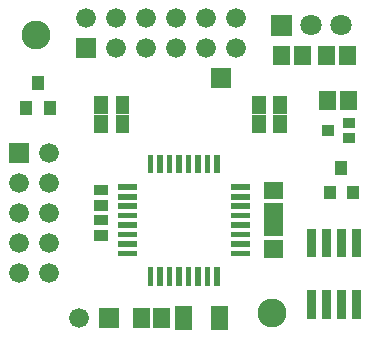
<source format=gbr>
G04 start of page 7 for group -4063 idx -4063 *
G04 Title: (unknown), componentmask *
G04 Creator: pcb 20110918 *
G04 CreationDate: Fri 07 Mar 2014 04:06:25 AM GMT UTC *
G04 For: julien *
G04 Format: Gerber/RS-274X *
G04 PCB-Dimensions: 120000 113000 *
G04 PCB-Coordinate-Origin: lower left *
%MOIN*%
%FSLAX25Y25*%
%LNTOPMASK*%
%ADD118R,0.0355X0.0355*%
%ADD117R,0.0570X0.0570*%
%ADD116R,0.0187X0.0187*%
%ADD115R,0.0300X0.0300*%
%ADD114R,0.0350X0.0350*%
%ADD113R,0.0400X0.0400*%
%ADD112R,0.0572X0.0572*%
%ADD111R,0.0297X0.0297*%
%ADD110C,0.0960*%
%ADD109C,0.0710*%
%ADD108C,0.0660*%
%ADD107C,0.0001*%
G54D107*G36*
X24200Y101300D02*Y94700D01*
X30800D01*
Y101300D01*
X24200D01*
G37*
G54D108*X37500Y98000D03*
X47500D03*
X27500Y108000D03*
X37500D03*
X47500D03*
X57500D03*
X67500D03*
X77500D03*
X57500Y98000D03*
X67500D03*
X77500D03*
G54D107*G36*
X69200Y91300D02*Y84700D01*
X75800D01*
Y91300D01*
X69200D01*
G37*
G36*
X88950Y109050D02*Y101950D01*
X96050D01*
Y109050D01*
X88950D01*
G37*
G54D109*X102500Y105500D03*
X112500D03*
G54D108*X5000Y43000D03*
X15000D03*
X5000Y33000D03*
X15000D03*
G54D107*G36*
X1700Y66300D02*Y59700D01*
X8300D01*
Y66300D01*
X1700D01*
G37*
G54D108*X15000Y63000D03*
X5000Y53000D03*
X15000D03*
X5000Y23000D03*
X15000D03*
G54D107*G36*
X31700Y11300D02*Y4700D01*
X38300D01*
Y11300D01*
X31700D01*
G37*
G54D108*X25000Y8000D03*
G54D110*X10827Y102173D03*
X89567Y9654D03*
G54D111*X91297Y71052D02*X92872D01*
X91297Y74202D02*X92872D01*
X91297Y77350D02*X92872D01*
X91297Y80500D02*X92872D01*
G54D112*X114586Y95893D02*Y95107D01*
G54D113*X108600Y50100D02*Y49500D01*
X112500Y58300D02*Y57700D01*
G54D114*X114700Y73000D02*X115300D01*
X107700Y70500D02*X108300D01*
X114700Y67900D02*X115300D01*
G54D112*X89607Y38000D02*X90393D01*
X89607Y30914D02*X90393D01*
X89607Y50500D02*X90393D01*
X89607Y43414D02*X90393D01*
G54D113*X116400Y50100D02*Y49500D01*
G54D115*X117500Y15750D02*Y9250D01*
Y36250D02*Y29750D01*
X102500Y15750D02*Y9250D01*
X107500Y15750D02*Y9250D01*
X112500Y15750D02*Y9250D01*
Y36250D02*Y29750D01*
X107500Y36250D02*Y29750D01*
X102500Y36250D02*Y29750D01*
G54D116*X76566Y29477D02*X80992D01*
X76566Y32626D02*X80992D01*
X76566Y35776D02*X80992D01*
X76566Y38925D02*X80992D01*
X76566Y42075D02*X80992D01*
X76566Y45225D02*X80992D01*
X76566Y48374D02*X80992D01*
X76566Y51524D02*X80992D01*
X71023Y61492D02*Y57066D01*
X67874Y61492D02*Y57066D01*
X64724Y61492D02*Y57066D01*
X61575Y61492D02*Y57066D01*
X58425Y61492D02*Y57066D01*
Y23934D02*Y19508D01*
X61575Y23934D02*Y19508D01*
X64725Y23934D02*Y19508D01*
X67874Y23934D02*Y19508D01*
X71024Y23934D02*Y19508D01*
G54D117*X52500Y8400D02*Y7600D01*
X45808Y8400D02*Y7600D01*
G54D112*X60000Y9181D02*Y6819D01*
X71810Y9181D02*Y6819D01*
X115000Y80893D02*Y80107D01*
X107914Y80893D02*Y80107D01*
X107500Y95893D02*Y95107D01*
X99586Y95893D02*Y95107D01*
X92500Y95893D02*Y95107D01*
G54D113*X7500Y78300D02*Y77700D01*
X15300Y78300D02*Y77700D01*
X11400Y86500D02*Y85900D01*
G54D111*X84212Y80500D02*X85787D01*
X84212Y77350D02*X85787D01*
X84212Y74202D02*X85787D01*
X84212Y71052D02*X85787D01*
X31712Y80500D02*X33288D01*
X38798D02*X40372D01*
X31712Y77350D02*X33288D01*
X31712Y74202D02*X33288D01*
X31712Y71052D02*X33288D01*
X38798D02*X40372D01*
X38798Y74202D02*X40372D01*
X38798Y77350D02*X40372D01*
G54D118*X32008Y40559D02*X32992D01*
X32008Y35441D02*X32992D01*
X32008Y45441D02*X32992D01*
X32008Y50559D02*X32992D01*
G54D116*X39008Y51523D02*X43434D01*
X39008Y48374D02*X43434D01*
X39008Y45224D02*X43434D01*
X39008Y42075D02*X43434D01*
X39008Y38925D02*X43434D01*
X39008Y35775D02*X43434D01*
X39008Y32626D02*X43434D01*
X55275Y61492D02*Y57066D01*
X52126Y61492D02*Y57066D01*
X48976Y61492D02*Y57066D01*
X39008Y29476D02*X43434D01*
X48977Y23934D02*Y19508D01*
X52126Y23934D02*Y19508D01*
X55276Y23934D02*Y19508D01*
M02*

</source>
